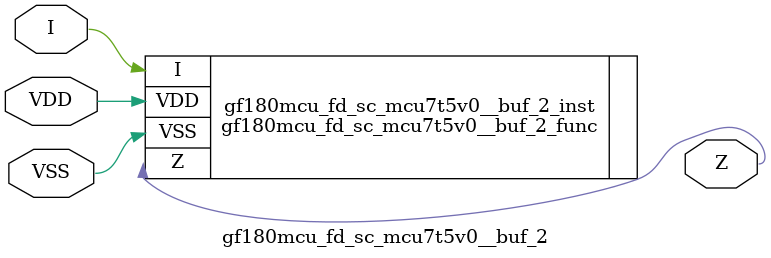
<source format=v>

module gf180mcu_fd_sc_mcu7t5v0__buf_2( I, Z, VDD, VSS );
input I;
inout VDD, VSS;
output Z;

   `ifdef FUNCTIONAL  //  functional //

	gf180mcu_fd_sc_mcu7t5v0__buf_2_func gf180mcu_fd_sc_mcu7t5v0__buf_2_behav_inst(.I(I),.Z(Z),.VDD(VDD),.VSS(VSS));

   `else

	gf180mcu_fd_sc_mcu7t5v0__buf_2_func gf180mcu_fd_sc_mcu7t5v0__buf_2_inst(.I(I),.Z(Z),.VDD(VDD),.VSS(VSS));

	// spec_gates_begin


	// spec_gates_end



   specify

	// specify_block_begin

	// comb arc I --> Z
	 (I => Z) = (1.0,1.0);

	// specify_block_end

   endspecify

   `endif

endmodule

</source>
